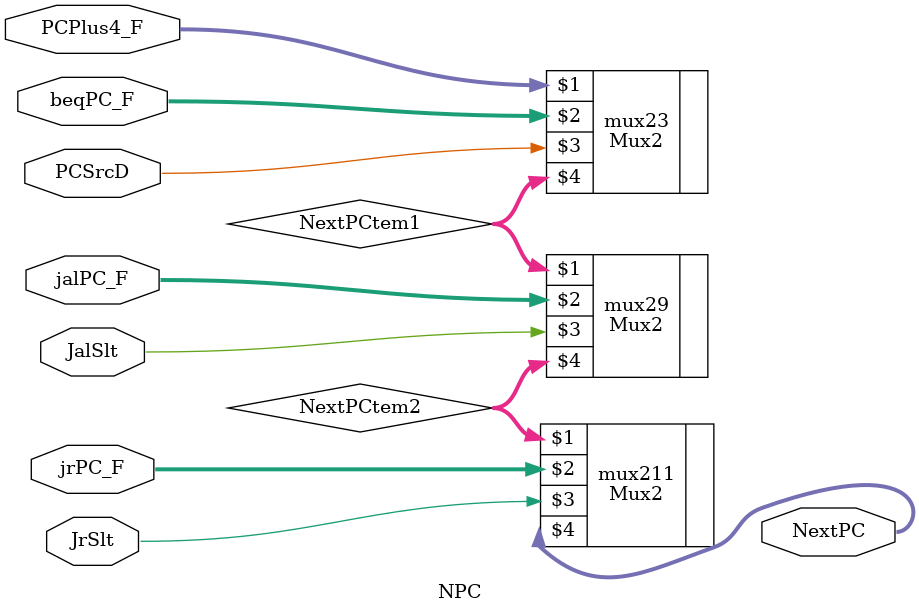
<source format=v>
`timescale 1ns / 1ps
module NPC(
    input [31:0] PCPlus4_F,
    input [31:0] beqPC_F,
	 input [31:0] jalPC_F,
	 input [31:0] jrPC_F,
    input PCSrcD,
	 input JalSlt,
	 input JrSlt,
    output [31:0] NextPC
    );
wire [31:0] NextPCtem1;
wire [31:0] NextPCtem2;
Mux2 #(32) mux23(PCPlus4_F,beqPC_F,PCSrcD,NextPCtem1);
Mux2 #(32) mux29(NextPCtem1,jalPC_F,JalSlt,NextPCtem2);
Mux2 #(32) mux211(NextPCtem2,jrPC_F,JrSlt,NextPC);
endmodule

</source>
